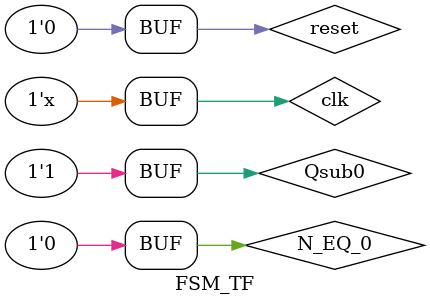
<source format=v>


module FSM_TF;

	// Inputs
	reg clk;
	reg reset;
	reg Qsub0;
	reg N_EQ_0;

	// Outputs
	wire [1:0] B_sel;
	wire [1:0] Q_sel;
	wire [1:0] A_sel;
	wire [1:0] N_sel;

	// Instantiate the Unit Under Test (UUT)
	FSM uut (
		.clk(clk), 
		.reset(reset), 
		.Qsub0(Qsub0), 
		.N_EQ_0(N_EQ_0), 
		.B_sel(B_sel), 
		.Q_sel(Q_sel), 
		.A_sel(A_sel), 
		.N_sel(N_sel)
	);

	initial begin
		// Initialize Inputs
		clk = 1;
		reset = 1;
		Qsub0 = 1;
		N_EQ_0 = 0;
		#10
		reset = 0;
		// Wait 100 ns for global reset to finish
		
		// Add stimulus here

	end
	always
		begin
			#10;
			clk = !clk;
		end	
      
endmodule


</source>
